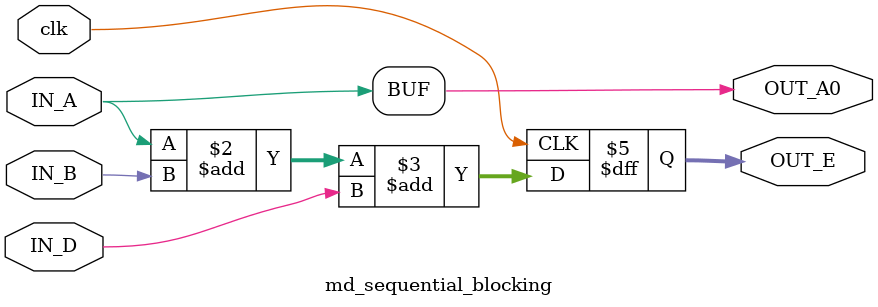
<source format=v>


module md_sequential_blocking(
    input clk,
    input IN_A,
    input IN_B,
    input IN_D,
    output OUT_A0,
    output reg [1:0] OUT_E
);

// 1. Variable Declaration (±äÁ¿ÉùÃ÷)
reg [1:0] c = 0;  // ÔÚ Verilog ÖÐ£¬reg ±äÁ¿¿ÉÒÔÔÚÉùÃ÷Ê±¸³³õÊ¼Öµ£¨Èç reg [1:0] c = 0;£©£¬µ«ÕâÖ÷ÒªÓÃÓÚ·ÂÕæ£»ÔÚ FPGA ×ÛºÏÊ±£¬³õÊ¼ÖµÍ¨³£±»ºöÂÔ£¬½¨ÒéÔÚ always ¿éÖÐÍ¨¹ý¸´Î»Âß¼­ÉèÖÃ³õÊ¼ÖµÒÔÈ·±£¿É×ÛºÏÐÔ¡£

// 2. Main Code (Ö÷´úÂë)
always @(posedge clk) begin
    c = IN_A + IN_B;  // ×èÈû¸³Öµ£º°´Ë³ÐòÖ´ÐÐ£¬ºóÓï¾ä¿É¼ûÇ°Óï¾ä½á¹û
    OUT_E = c + IN_D;
end

// 3. Output Assignment (Êä³ö¸³Öµ)
assign OUT_A0 = IN_A;

endmodule


</source>
